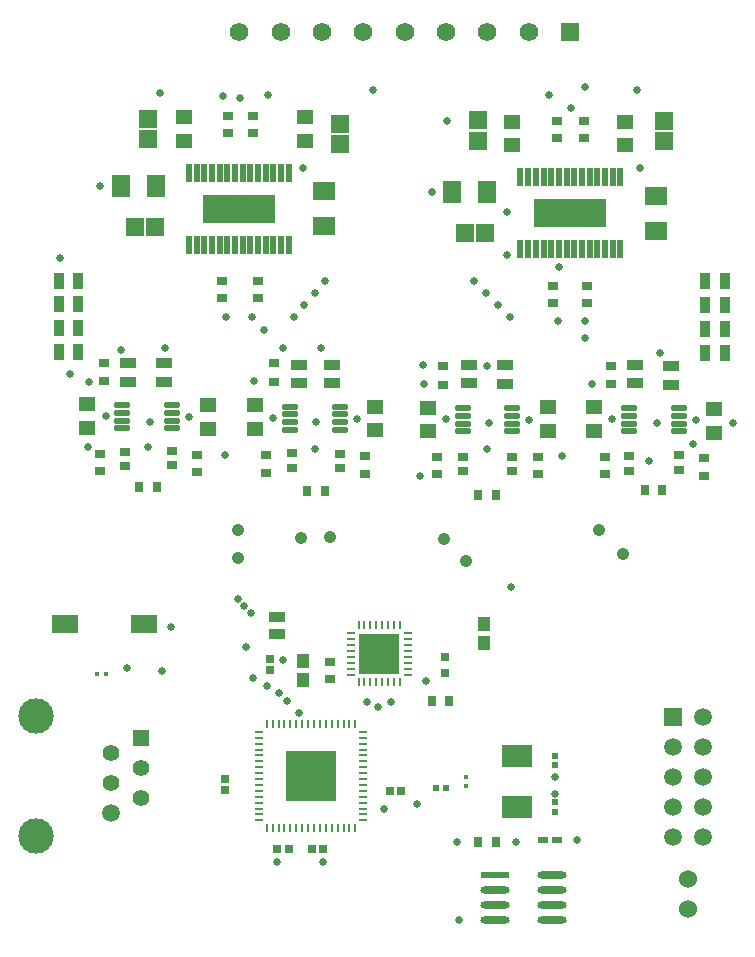
<source format=gts>
G04*
G04 #@! TF.GenerationSoftware,Altium Limited,Altium Designer,22.10.1 (41)*
G04*
G04 Layer_Color=8388736*
%FSLAX24Y24*%
%MOIN*%
G70*
G04*
G04 #@! TF.SameCoordinates,1A49A545-8501-46E2-8B4D-154AAFE9D792*
G04*
G04*
G04 #@! TF.FilePolarity,Negative*
G04*
G01*
G75*
%ADD17R,0.0335X0.0531*%
%ADD18R,0.0571X0.0472*%
G04:AMPARAMS|DCode=19|XSize=9.8mil|YSize=27.6mil|CornerRadius=2mil|HoleSize=0mil|Usage=FLASHONLY|Rotation=90.000|XOffset=0mil|YOffset=0mil|HoleType=Round|Shape=RoundedRectangle|*
%AMROUNDEDRECTD19*
21,1,0.0098,0.0236,0,0,90.0*
21,1,0.0059,0.0276,0,0,90.0*
1,1,0.0039,0.0118,0.0030*
1,1,0.0039,0.0118,-0.0030*
1,1,0.0039,-0.0118,-0.0030*
1,1,0.0039,-0.0118,0.0030*
%
%ADD19ROUNDEDRECTD19*%
G04:AMPARAMS|DCode=20|XSize=9.8mil|YSize=27.6mil|CornerRadius=2mil|HoleSize=0mil|Usage=FLASHONLY|Rotation=0.000|XOffset=0mil|YOffset=0mil|HoleType=Round|Shape=RoundedRectangle|*
%AMROUNDEDRECTD20*
21,1,0.0098,0.0236,0,0,0.0*
21,1,0.0059,0.0276,0,0,0.0*
1,1,0.0039,0.0030,-0.0118*
1,1,0.0039,-0.0030,-0.0118*
1,1,0.0039,-0.0030,0.0118*
1,1,0.0039,0.0030,0.0118*
%
%ADD20ROUNDEDRECTD20*%
%ADD21R,0.1358X0.1358*%
%ADD22R,0.0354X0.0295*%
G04:AMPARAMS|DCode=23|XSize=97.4mil|YSize=24.5mil|CornerRadius=12.2mil|HoleSize=0mil|Usage=FLASHONLY|Rotation=0.000|XOffset=0mil|YOffset=0mil|HoleType=Round|Shape=RoundedRectangle|*
%AMROUNDEDRECTD23*
21,1,0.0974,0.0000,0,0,0.0*
21,1,0.0729,0.0245,0,0,0.0*
1,1,0.0245,0.0365,0.0000*
1,1,0.0245,-0.0365,0.0000*
1,1,0.0245,-0.0365,0.0000*
1,1,0.0245,0.0365,0.0000*
%
%ADD23ROUNDEDRECTD23*%
%ADD24R,0.0974X0.0245*%
%ADD25R,0.0315X0.0354*%
%ADD26R,0.0374X0.0217*%
%ADD27R,0.0354X0.0315*%
%ADD28R,0.0205X0.0220*%
%ADD29R,0.0299X0.0283*%
%ADD30R,0.0283X0.0299*%
G04:AMPARAMS|DCode=31|XSize=9.4mil|YSize=23.6mil|CornerRadius=1.2mil|HoleSize=0mil|Usage=FLASHONLY|Rotation=0.000|XOffset=0mil|YOffset=0mil|HoleType=Round|Shape=RoundedRectangle|*
%AMROUNDEDRECTD31*
21,1,0.0094,0.0213,0,0,0.0*
21,1,0.0071,0.0236,0,0,0.0*
1,1,0.0024,0.0035,-0.0106*
1,1,0.0024,-0.0035,-0.0106*
1,1,0.0024,-0.0035,0.0106*
1,1,0.0024,0.0035,0.0106*
%
%ADD31ROUNDEDRECTD31*%
G04:AMPARAMS|DCode=32|XSize=23.6mil|YSize=9.4mil|CornerRadius=1.2mil|HoleSize=0mil|Usage=FLASHONLY|Rotation=0.000|XOffset=0mil|YOffset=0mil|HoleType=Round|Shape=RoundedRectangle|*
%AMROUNDEDRECTD32*
21,1,0.0236,0.0071,0,0,0.0*
21,1,0.0213,0.0094,0,0,0.0*
1,1,0.0024,0.0106,-0.0035*
1,1,0.0024,-0.0106,-0.0035*
1,1,0.0024,-0.0106,0.0035*
1,1,0.0024,0.0106,0.0035*
%
%ADD32ROUNDEDRECTD32*%
%ADD34R,0.1024X0.0748*%
%ADD35R,0.0177X0.0177*%
%ADD36R,0.0177X0.0177*%
%ADD37R,0.0236X0.0217*%
%ADD38R,0.0906X0.0591*%
%ADD39R,0.0398X0.0476*%
G04:AMPARAMS|DCode=40|XSize=94.5mil|YSize=242.9mil|CornerRadius=1.9mil|HoleSize=0mil|Usage=FLASHONLY|Rotation=270.000|XOffset=0mil|YOffset=0mil|HoleType=Round|Shape=RoundedRectangle|*
%AMROUNDEDRECTD40*
21,1,0.0945,0.2391,0,0,270.0*
21,1,0.0907,0.2429,0,0,270.0*
1,1,0.0038,-0.1196,-0.0454*
1,1,0.0038,-0.1196,0.0454*
1,1,0.0038,0.1196,0.0454*
1,1,0.0038,0.1196,-0.0454*
%
%ADD40ROUNDEDRECTD40*%
G04:AMPARAMS|DCode=41|XSize=17.7mil|YSize=63mil|CornerRadius=1.9mil|HoleSize=0mil|Usage=FLASHONLY|Rotation=0.000|XOffset=0mil|YOffset=0mil|HoleType=Round|Shape=RoundedRectangle|*
%AMROUNDEDRECTD41*
21,1,0.0177,0.0591,0,0,0.0*
21,1,0.0138,0.0630,0,0,0.0*
1,1,0.0039,0.0069,-0.0295*
1,1,0.0039,-0.0069,-0.0295*
1,1,0.0039,-0.0069,0.0295*
1,1,0.0039,0.0069,0.0295*
%
%ADD41ROUNDEDRECTD41*%
%ADD42R,0.0621X0.0613*%
%ADD43R,0.0613X0.0621*%
G04:AMPARAMS|DCode=44|XSize=17.7mil|YSize=51.2mil|CornerRadius=4.4mil|HoleSize=0mil|Usage=FLASHONLY|Rotation=90.000|XOffset=0mil|YOffset=0mil|HoleType=Round|Shape=RoundedRectangle|*
%AMROUNDEDRECTD44*
21,1,0.0177,0.0423,0,0,90.0*
21,1,0.0089,0.0512,0,0,90.0*
1,1,0.0089,0.0212,0.0044*
1,1,0.0089,0.0212,-0.0044*
1,1,0.0089,-0.0212,-0.0044*
1,1,0.0089,-0.0212,0.0044*
%
%ADD44ROUNDEDRECTD44*%
G04:AMPARAMS|DCode=45|XSize=17.7mil|YSize=51.2mil|CornerRadius=4.4mil|HoleSize=0mil|Usage=FLASHONLY|Rotation=90.000|XOffset=0mil|YOffset=0mil|HoleType=Round|Shape=RoundedRectangle|*
%AMROUNDEDRECTD45*
21,1,0.0177,0.0423,0,0,90.0*
21,1,0.0089,0.0512,0,0,90.0*
1,1,0.0089,0.0212,0.0044*
1,1,0.0089,0.0212,-0.0044*
1,1,0.0089,-0.0212,-0.0044*
1,1,0.0089,-0.0212,0.0044*
%
%ADD45ROUNDEDRECTD45*%
%ADD46R,0.0593X0.0732*%
%ADD47R,0.0732X0.0593*%
%ADD48R,0.0339X0.0289*%
%ADD49R,0.0531X0.0374*%
%ADD50R,0.0531X0.0374*%
%ADD51R,0.0276X0.0256*%
%ADD52R,0.1673X0.1673*%
%ADD53C,0.0617*%
%ADD54R,0.0617X0.0617*%
%ADD55C,0.0300*%
%ADD56R,0.0591X0.0591*%
%ADD57C,0.0591*%
%ADD58C,0.0200*%
%ADD59C,0.0551*%
%ADD60C,0.1181*%
%ADD61R,0.0551X0.0551*%
%ADD62C,0.0260*%
%ADD63C,0.0600*%
%ADD64C,0.0420*%
D17*
X6425Y29400D02*
D03*
X5775D02*
D03*
X6425Y28611D02*
D03*
X5775D02*
D03*
X6425Y27822D02*
D03*
X5775D02*
D03*
X6425Y27033D02*
D03*
X5775D02*
D03*
X27325Y27000D02*
D03*
X27975D02*
D03*
X27325Y27800D02*
D03*
X27975D02*
D03*
X27325Y28589D02*
D03*
X27975D02*
D03*
X27325Y29378D02*
D03*
X27975D02*
D03*
D18*
X6723Y24484D02*
D03*
Y25271D02*
D03*
X24650Y34694D02*
D03*
Y33907D02*
D03*
X20895Y34694D02*
D03*
Y33907D02*
D03*
X13995Y34844D02*
D03*
Y34057D02*
D03*
X9950Y34844D02*
D03*
Y34057D02*
D03*
X10731Y25237D02*
D03*
Y24449D02*
D03*
X16300Y25194D02*
D03*
Y24406D02*
D03*
X22077Y25171D02*
D03*
Y24384D02*
D03*
X27622Y25123D02*
D03*
Y24336D02*
D03*
X12301Y25237D02*
D03*
Y24449D02*
D03*
X18068Y24378D02*
D03*
Y25166D02*
D03*
X23625Y24384D02*
D03*
Y25171D02*
D03*
D19*
X15510Y16269D02*
D03*
Y17647D02*
D03*
Y16466D02*
D03*
Y16663D02*
D03*
Y16859D02*
D03*
Y17056D02*
D03*
Y17253D02*
D03*
Y17450D02*
D03*
X17400Y16269D02*
D03*
Y16466D02*
D03*
Y16663D02*
D03*
Y16859D02*
D03*
Y17056D02*
D03*
Y17253D02*
D03*
Y17450D02*
D03*
Y17647D02*
D03*
D20*
X16357Y16013D02*
D03*
X16160D02*
D03*
X15766D02*
D03*
X16947D02*
D03*
X17144D02*
D03*
X16750D02*
D03*
X16554D02*
D03*
X16357Y17903D02*
D03*
X16160D02*
D03*
X15766D02*
D03*
X15963D02*
D03*
X16947D02*
D03*
X17144D02*
D03*
X16750D02*
D03*
X16554D02*
D03*
X15963Y16013D02*
D03*
D21*
X16455Y16958D02*
D03*
D22*
X18590Y26545D02*
D03*
Y25935D02*
D03*
X24190Y25940D02*
D03*
Y26551D02*
D03*
X7290Y26040D02*
D03*
Y26651D02*
D03*
X12940Y26035D02*
D03*
Y26645D02*
D03*
D23*
X22201Y9100D02*
D03*
Y9600D02*
D03*
Y8600D02*
D03*
Y8100D02*
D03*
X20299D02*
D03*
Y8600D02*
D03*
Y9100D02*
D03*
D24*
Y9600D02*
D03*
D25*
X19755Y10700D02*
D03*
X20345D02*
D03*
X18205Y15400D02*
D03*
X18795D02*
D03*
X9035Y22506D02*
D03*
X8444D02*
D03*
X14044Y22390D02*
D03*
X14635D02*
D03*
X19749Y22240D02*
D03*
X20340D02*
D03*
X25299Y22406D02*
D03*
X25889D02*
D03*
D26*
X22376Y10750D02*
D03*
X21924D02*
D03*
D27*
X12400Y28805D02*
D03*
Y29395D02*
D03*
X11200Y28809D02*
D03*
Y29400D02*
D03*
X14800Y16105D02*
D03*
Y16695D02*
D03*
X12250Y34900D02*
D03*
Y34309D02*
D03*
X23390Y29236D02*
D03*
Y28645D02*
D03*
X22240Y29236D02*
D03*
Y28645D02*
D03*
X11402Y34305D02*
D03*
Y34895D02*
D03*
X23290Y34145D02*
D03*
Y34736D02*
D03*
X22390D02*
D03*
Y34145D02*
D03*
X7142Y23045D02*
D03*
Y23636D02*
D03*
X12694Y22995D02*
D03*
Y23586D02*
D03*
X18390Y23530D02*
D03*
Y22940D02*
D03*
X23994Y22945D02*
D03*
Y23536D02*
D03*
X10392Y23008D02*
D03*
Y23598D02*
D03*
X15992Y23548D02*
D03*
Y22958D02*
D03*
X21740Y23536D02*
D03*
Y22945D02*
D03*
X27292Y22895D02*
D03*
Y23486D02*
D03*
D28*
X22300Y13554D02*
D03*
Y13246D02*
D03*
Y11696D02*
D03*
Y12004D02*
D03*
D29*
X17193Y12400D02*
D03*
X16807D02*
D03*
X14207Y10450D02*
D03*
X14593D02*
D03*
X13443D02*
D03*
X13057D02*
D03*
D30*
X11300Y12407D02*
D03*
Y12793D02*
D03*
X12800Y16793D02*
D03*
Y16407D02*
D03*
D31*
X12706Y11150D02*
D03*
X12903D02*
D03*
X13100D02*
D03*
X13296D02*
D03*
X13493D02*
D03*
X13690D02*
D03*
X13887D02*
D03*
X14084D02*
D03*
X14281D02*
D03*
X14478D02*
D03*
X14674D02*
D03*
X14871D02*
D03*
X15068D02*
D03*
X15265D02*
D03*
X15462D02*
D03*
X15659D02*
D03*
Y14615D02*
D03*
X15462D02*
D03*
X15265D02*
D03*
X15068D02*
D03*
X14871D02*
D03*
X14674D02*
D03*
X14478D02*
D03*
X14281D02*
D03*
X14084D02*
D03*
X13887D02*
D03*
X13690D02*
D03*
X13493D02*
D03*
X13296D02*
D03*
X13100D02*
D03*
X12903D02*
D03*
X12706D02*
D03*
D32*
X12450Y13178D02*
D03*
Y12981D02*
D03*
Y12784D02*
D03*
Y12587D02*
D03*
Y12391D02*
D03*
Y12194D02*
D03*
Y11997D02*
D03*
Y11800D02*
D03*
Y11603D02*
D03*
Y11406D02*
D03*
X15915D02*
D03*
Y11603D02*
D03*
Y11800D02*
D03*
Y11997D02*
D03*
Y12194D02*
D03*
Y12391D02*
D03*
Y12587D02*
D03*
Y12784D02*
D03*
Y12981D02*
D03*
Y13965D02*
D03*
Y14162D02*
D03*
Y14359D02*
D03*
X12450Y13769D02*
D03*
Y13572D02*
D03*
Y14359D02*
D03*
Y14162D02*
D03*
Y13965D02*
D03*
Y13375D02*
D03*
X15915Y13178D02*
D03*
Y13375D02*
D03*
Y13572D02*
D03*
Y13769D02*
D03*
D34*
X21050Y11854D02*
D03*
Y13546D02*
D03*
D35*
X7357Y16300D02*
D03*
X7043D02*
D03*
D36*
X19350Y12857D02*
D03*
Y12543D02*
D03*
D37*
X18333Y12500D02*
D03*
X18667D02*
D03*
D38*
X5981Y17950D02*
D03*
X8619D02*
D03*
D39*
X13900Y16731D02*
D03*
Y16100D02*
D03*
X19950Y17966D02*
D03*
Y17334D02*
D03*
D40*
X22826Y31641D02*
D03*
X11776Y31791D02*
D03*
D41*
X23978Y30440D02*
D03*
X13184Y30590D02*
D03*
X24490Y32842D02*
D03*
X24234D02*
D03*
X23978D02*
D03*
X23722D02*
D03*
X23466D02*
D03*
X23210D02*
D03*
X22954D02*
D03*
X22698D02*
D03*
X22443D02*
D03*
X22187D02*
D03*
X21931D02*
D03*
X21675D02*
D03*
X21419D02*
D03*
X21163D02*
D03*
Y30440D02*
D03*
X21419D02*
D03*
X21675D02*
D03*
X21931D02*
D03*
X22187D02*
D03*
X22443D02*
D03*
X22698D02*
D03*
X22954D02*
D03*
X23210D02*
D03*
X23466D02*
D03*
X23722D02*
D03*
X24234D02*
D03*
X24490D02*
D03*
X13440Y32992D02*
D03*
X13184D02*
D03*
X12928D02*
D03*
X12672D02*
D03*
X12416D02*
D03*
X12160D02*
D03*
X11904D02*
D03*
X11648D02*
D03*
X11393D02*
D03*
X11137D02*
D03*
X10881D02*
D03*
X10625D02*
D03*
X10369D02*
D03*
X10113D02*
D03*
Y30590D02*
D03*
X10369D02*
D03*
X10625D02*
D03*
X10881D02*
D03*
X11137D02*
D03*
X11393D02*
D03*
X11648D02*
D03*
X11904D02*
D03*
X12160D02*
D03*
X12416D02*
D03*
X12672D02*
D03*
X12928D02*
D03*
X13440D02*
D03*
D42*
X19300Y30990D02*
D03*
X19980D02*
D03*
X8990Y31190D02*
D03*
X8309D02*
D03*
D43*
X19750Y34060D02*
D03*
Y34740D02*
D03*
X25940Y34050D02*
D03*
Y34730D02*
D03*
X15140Y34630D02*
D03*
Y33950D02*
D03*
X8750Y34790D02*
D03*
Y34110D02*
D03*
D44*
X26447Y25146D02*
D03*
X24794Y24378D02*
D03*
Y24890D02*
D03*
Y25146D02*
D03*
X26447Y24634D02*
D03*
Y24890D02*
D03*
X24794Y24634D02*
D03*
X19240Y25146D02*
D03*
Y24890D02*
D03*
Y24634D02*
D03*
Y24378D02*
D03*
X20893Y24634D02*
D03*
Y24890D02*
D03*
Y25146D02*
D03*
X13494Y25196D02*
D03*
Y24940D02*
D03*
Y24684D02*
D03*
Y24429D02*
D03*
X15147Y24684D02*
D03*
Y24940D02*
D03*
Y25196D02*
D03*
X7894Y25246D02*
D03*
Y24990D02*
D03*
Y24734D02*
D03*
Y24478D02*
D03*
X9547Y24734D02*
D03*
Y24990D02*
D03*
Y25246D02*
D03*
D45*
X26447Y24378D02*
D03*
X20893D02*
D03*
X15147Y24429D02*
D03*
X9547Y24478D02*
D03*
D46*
X18895Y32340D02*
D03*
X20058D02*
D03*
X7845Y32540D02*
D03*
X9008D02*
D03*
D47*
X14614Y32371D02*
D03*
Y31209D02*
D03*
X25664Y31059D02*
D03*
Y32222D02*
D03*
D48*
X7990Y23688D02*
D03*
Y23203D02*
D03*
X9544Y23733D02*
D03*
Y23248D02*
D03*
X13542Y23638D02*
D03*
Y23154D02*
D03*
X15140Y23633D02*
D03*
Y23148D02*
D03*
X19240Y23533D02*
D03*
Y23048D02*
D03*
X20890Y23533D02*
D03*
Y23048D02*
D03*
X24794Y23546D02*
D03*
Y23061D02*
D03*
X26444Y23570D02*
D03*
Y23085D02*
D03*
D49*
X9290Y26035D02*
D03*
Y26645D02*
D03*
X14890Y25985D02*
D03*
Y26595D02*
D03*
X20640Y25969D02*
D03*
Y26580D02*
D03*
X26194Y25935D02*
D03*
Y26545D02*
D03*
X8090Y26035D02*
D03*
Y26645D02*
D03*
X13790Y25985D02*
D03*
Y26595D02*
D03*
X19440Y25985D02*
D03*
Y26595D02*
D03*
X24994D02*
D03*
Y25985D02*
D03*
D50*
X13050Y18195D02*
D03*
Y17605D02*
D03*
D51*
X18650Y16866D02*
D03*
Y16334D02*
D03*
D52*
X14182Y12883D02*
D03*
D53*
X15922Y37700D02*
D03*
X17300D02*
D03*
X18678D02*
D03*
X20056D02*
D03*
X21434D02*
D03*
X14544D02*
D03*
X13166D02*
D03*
X11788D02*
D03*
D54*
X22812D02*
D03*
D55*
X16454Y17484D02*
D03*
X15927D02*
D03*
X16980D02*
D03*
X15927Y16783D02*
D03*
X16183Y17134D02*
D03*
X16178Y16433D02*
D03*
X16718D02*
D03*
X16741Y17134D02*
D03*
X16454Y16783D02*
D03*
X16976D02*
D03*
D56*
X26250Y14850D02*
D03*
D57*
X27250D02*
D03*
X26250Y13850D02*
D03*
X27250D02*
D03*
X26250Y12850D02*
D03*
X27250D02*
D03*
X26250Y11850D02*
D03*
X27250D02*
D03*
X26250Y10850D02*
D03*
X27250D02*
D03*
X7503Y11650D02*
D03*
D58*
X21779Y31299D02*
D03*
X22179D02*
D03*
X22579D02*
D03*
X21776Y31991D02*
D03*
Y31641D02*
D03*
X22176Y31991D02*
D03*
Y31641D02*
D03*
X22576D02*
D03*
Y31991D02*
D03*
X23076Y31291D02*
D03*
Y31991D02*
D03*
Y31641D02*
D03*
X23426Y31991D02*
D03*
Y31641D02*
D03*
Y31291D02*
D03*
X23826D02*
D03*
Y31641D02*
D03*
Y31991D02*
D03*
X12776Y32141D02*
D03*
Y31791D02*
D03*
Y31441D02*
D03*
X12376D02*
D03*
Y31791D02*
D03*
Y32141D02*
D03*
X12026Y31791D02*
D03*
Y32141D02*
D03*
Y31441D02*
D03*
X11526Y32141D02*
D03*
Y31791D02*
D03*
X11126D02*
D03*
Y32141D02*
D03*
X10726Y31791D02*
D03*
Y32141D02*
D03*
X11529Y31449D02*
D03*
X11129D02*
D03*
X10729D02*
D03*
D59*
X7503Y13650D02*
D03*
X8503Y12150D02*
D03*
X7503Y12650D02*
D03*
X8503Y13150D02*
D03*
D60*
X5003Y14898D02*
D03*
Y10898D02*
D03*
D61*
X8503Y14150D02*
D03*
D62*
X12600Y27750D02*
D03*
X6150Y26300D02*
D03*
X5800Y30150D02*
D03*
X12750Y35600D02*
D03*
X11250Y35550D02*
D03*
X13900Y33150D02*
D03*
X28250Y24650D02*
D03*
X27013Y24765D02*
D03*
X24222Y24776D02*
D03*
X21462Y24757D02*
D03*
X18679Y24799D02*
D03*
X15708Y24800D02*
D03*
X12914Y24822D02*
D03*
X10100Y24850D02*
D03*
X7350Y24900D02*
D03*
X20800Y28200D02*
D03*
X20400Y28600D02*
D03*
X20000Y29000D02*
D03*
X19600Y29400D02*
D03*
X13600Y28200D02*
D03*
X13950Y28600D02*
D03*
X14300Y29000D02*
D03*
X14650Y29400D02*
D03*
X12231Y16144D02*
D03*
X20700Y31687D02*
D03*
X22850Y35150D02*
D03*
X25050Y35750D02*
D03*
X22435Y29850D02*
D03*
X20700Y30250D02*
D03*
X25800Y27000D02*
D03*
X20050Y26550D02*
D03*
X17900Y26600D02*
D03*
X17942Y25938D02*
D03*
X7850Y27100D02*
D03*
X9300Y27150D02*
D03*
X14500D02*
D03*
X13250D02*
D03*
Y16750D02*
D03*
X12720Y15900D02*
D03*
X22300Y12850D02*
D03*
Y12300D02*
D03*
X17700Y11950D02*
D03*
X23308Y27483D02*
D03*
X19100Y8100D02*
D03*
X23050Y10750D02*
D03*
X19050Y10700D02*
D03*
X21000D02*
D03*
X11800Y35500D02*
D03*
X23300Y28050D02*
D03*
X22400D02*
D03*
X12200Y28200D02*
D03*
X11350D02*
D03*
X18710Y34710D02*
D03*
X22100Y35600D02*
D03*
X9500Y17850D02*
D03*
X9160Y35660D02*
D03*
X16250Y35750D02*
D03*
X25450Y23400D02*
D03*
X8750Y23850D02*
D03*
X14300Y23800D02*
D03*
X20063Y23787D02*
D03*
X26900Y23950D02*
D03*
X18000Y16050D02*
D03*
X20850Y19200D02*
D03*
X16600Y11800D02*
D03*
X13787Y14987D02*
D03*
X13387Y15387D02*
D03*
X9200Y16400D02*
D03*
X8050Y16500D02*
D03*
X11737Y18775D02*
D03*
X11950Y18550D02*
D03*
X12000Y17200D02*
D03*
X12181Y18329D02*
D03*
X13100Y15650D02*
D03*
X16050Y15350D02*
D03*
X16850D02*
D03*
X16400Y15200D02*
D03*
X13054Y10004D02*
D03*
X14596D02*
D03*
X25150Y33150D02*
D03*
X17800Y22900D02*
D03*
X18200Y32350D02*
D03*
X7150Y32550D02*
D03*
X23300Y35850D02*
D03*
X14350Y24700D02*
D03*
X6783Y26008D02*
D03*
X6730Y23869D02*
D03*
X11300Y23600D02*
D03*
X22542Y23540D02*
D03*
X8800Y24700D02*
D03*
X20100Y24650D02*
D03*
X25700D02*
D03*
X23540Y25940D02*
D03*
X12292Y26038D02*
D03*
D63*
X26750Y9450D02*
D03*
Y8450D02*
D03*
D64*
X13841Y20809D02*
D03*
X24571Y20279D02*
D03*
X23779Y21071D02*
D03*
X18629Y20771D02*
D03*
X19351Y20060D02*
D03*
X14809Y20850D02*
D03*
X11750Y20150D02*
D03*
Y21100D02*
D03*
M02*

</source>
